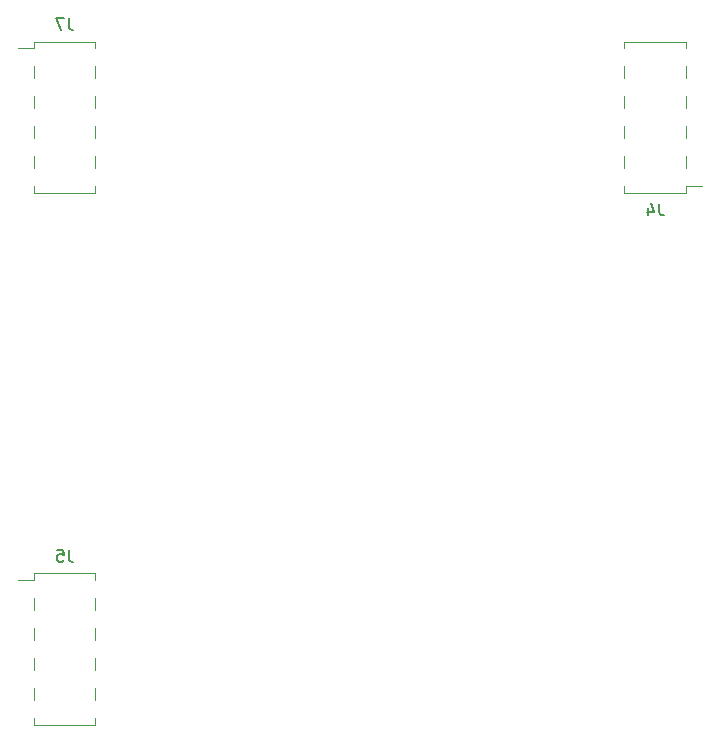
<source format=gbr>
%TF.GenerationSoftware,KiCad,Pcbnew,(5.1.10)-1*%
%TF.CreationDate,2022-06-11T01:01:33+08:00*%
%TF.ProjectId,interface,696e7465-7266-4616-9365-2e6b69636164,rev?*%
%TF.SameCoordinates,Original*%
%TF.FileFunction,Legend,Bot*%
%TF.FilePolarity,Positive*%
%FSLAX46Y46*%
G04 Gerber Fmt 4.6, Leading zero omitted, Abs format (unit mm)*
G04 Created by KiCad (PCBNEW (5.1.10)-1) date 2022-06-11 01:01:33*
%MOMM*%
%LPD*%
G01*
G04 APERTURE LIST*
%ADD10C,0.120000*%
%ADD11C,0.150000*%
G04 APERTURE END LIST*
D10*
%TO.C,J4*%
X53900000Y53590000D02*
X59100000Y53590000D01*
X59100000Y53590000D02*
X59100000Y54160000D01*
X59100000Y55680000D02*
X59100000Y56700000D01*
X59100000Y58220000D02*
X59100000Y59240000D01*
X59100000Y60760000D02*
X59100000Y61780000D01*
X59100000Y63300000D02*
X59100000Y64320000D01*
X59100000Y65840000D02*
X59100000Y66410000D01*
X53900000Y66410000D02*
X59100000Y66410000D01*
X53900000Y53590000D02*
X53900000Y54160000D01*
X53900000Y55680000D02*
X53900000Y56700000D01*
X53900000Y58220000D02*
X53900000Y59240000D01*
X53900000Y60760000D02*
X53900000Y61780000D01*
X53900000Y63300000D02*
X53900000Y64320000D01*
X53900000Y65840000D02*
X53900000Y66410000D01*
X59100000Y54160000D02*
X60460000Y54160000D01*
%TO.C,J7*%
X9100000Y66410000D02*
X3900000Y66410000D01*
X3900000Y66410000D02*
X3900000Y65840000D01*
X3900000Y64320000D02*
X3900000Y63300000D01*
X3900000Y61780000D02*
X3900000Y60760000D01*
X3900000Y59240000D02*
X3900000Y58220000D01*
X3900000Y56700000D02*
X3900000Y55680000D01*
X3900000Y54160000D02*
X3900000Y53590000D01*
X9100000Y53590000D02*
X3900000Y53590000D01*
X9100000Y66410000D02*
X9100000Y65840000D01*
X9100000Y64320000D02*
X9100000Y63300000D01*
X9100000Y61780000D02*
X9100000Y60760000D01*
X9100000Y59240000D02*
X9100000Y58220000D01*
X9100000Y56700000D02*
X9100000Y55680000D01*
X9100000Y54160000D02*
X9100000Y53590000D01*
X3900000Y65840000D02*
X2540000Y65840000D01*
%TO.C,J5*%
X9100000Y21410000D02*
X3900000Y21410000D01*
X3900000Y21410000D02*
X3900000Y20840000D01*
X3900000Y19320000D02*
X3900000Y18300000D01*
X3900000Y16780000D02*
X3900000Y15760000D01*
X3900000Y14240000D02*
X3900000Y13220000D01*
X3900000Y11700000D02*
X3900000Y10680000D01*
X3900000Y9160000D02*
X3900000Y8590000D01*
X9100000Y8590000D02*
X3900000Y8590000D01*
X9100000Y21410000D02*
X9100000Y20840000D01*
X9100000Y19320000D02*
X9100000Y18300000D01*
X9100000Y16780000D02*
X9100000Y15760000D01*
X9100000Y14240000D02*
X9100000Y13220000D01*
X9100000Y11700000D02*
X9100000Y10680000D01*
X9100000Y9160000D02*
X9100000Y8590000D01*
X3900000Y20840000D02*
X2540000Y20840000D01*
%TO.C,J4*%
D11*
X56833333Y52697620D02*
X56833333Y51983334D01*
X56880952Y51840477D01*
X56976190Y51745239D01*
X57119047Y51697620D01*
X57214285Y51697620D01*
X55928571Y52364286D02*
X55928571Y51697620D01*
X56166666Y52745239D02*
X56404761Y52030953D01*
X55785714Y52030953D01*
%TO.C,J7*%
X6833333Y68397620D02*
X6833333Y67683334D01*
X6880952Y67540477D01*
X6976190Y67445239D01*
X7119047Y67397620D01*
X7214285Y67397620D01*
X6452380Y68397620D02*
X5785714Y68397620D01*
X6214285Y67397620D01*
%TO.C,J5*%
X6833333Y23397620D02*
X6833333Y22683334D01*
X6880952Y22540477D01*
X6976190Y22445239D01*
X7119047Y22397620D01*
X7214285Y22397620D01*
X5880952Y23397620D02*
X6357142Y23397620D01*
X6404761Y22921429D01*
X6357142Y22969048D01*
X6261904Y23016667D01*
X6023809Y23016667D01*
X5928571Y22969048D01*
X5880952Y22921429D01*
X5833333Y22826191D01*
X5833333Y22588096D01*
X5880952Y22492858D01*
X5928571Y22445239D01*
X6023809Y22397620D01*
X6261904Y22397620D01*
X6357142Y22445239D01*
X6404761Y22492858D01*
%TD*%
M02*

</source>
